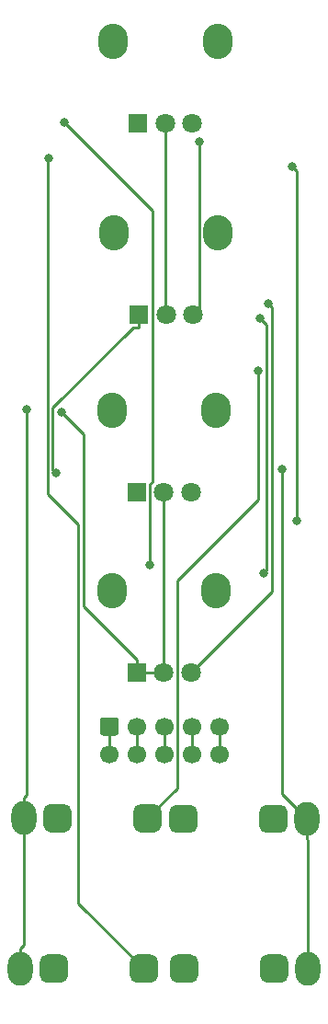
<source format=gbr>
G04 #@! TF.GenerationSoftware,KiCad,Pcbnew,(5.1.10-1-10_14)*
G04 #@! TF.CreationDate,2021-10-11T21:18:44+02:00*
G04 #@! TF.ProjectId,main,6d61696e-2e6b-4696-9361-645f70636258,rev?*
G04 #@! TF.SameCoordinates,Original*
G04 #@! TF.FileFunction,Copper,L1,Top*
G04 #@! TF.FilePolarity,Positive*
%FSLAX46Y46*%
G04 Gerber Fmt 4.6, Leading zero omitted, Abs format (unit mm)*
G04 Created by KiCad (PCBNEW (5.1.10-1-10_14)) date 2021-10-11 21:18:44*
%MOMM*%
%LPD*%
G01*
G04 APERTURE LIST*
G04 #@! TA.AperFunction,ComponentPad*
%ADD10O,2.720000X3.240000*%
G04 #@! TD*
G04 #@! TA.AperFunction,ComponentPad*
%ADD11C,1.800000*%
G04 #@! TD*
G04 #@! TA.AperFunction,ComponentPad*
%ADD12R,1.800000X1.800000*%
G04 #@! TD*
G04 #@! TA.AperFunction,ComponentPad*
%ADD13O,2.300000X3.100000*%
G04 #@! TD*
G04 #@! TA.AperFunction,ComponentPad*
%ADD14C,1.700000*%
G04 #@! TD*
G04 #@! TA.AperFunction,ViaPad*
%ADD15C,0.800000*%
G04 #@! TD*
G04 #@! TA.AperFunction,Conductor*
%ADD16C,0.250000*%
G04 #@! TD*
G04 APERTURE END LIST*
D10*
X125018000Y-87369000D03*
X134618000Y-87369000D03*
D11*
X132318000Y-94869000D03*
X129818000Y-94869000D03*
D12*
X127318000Y-94869000D03*
D10*
X125018000Y-104006000D03*
X134618000Y-104006000D03*
D11*
X132318000Y-111506000D03*
X129818000Y-111506000D03*
D12*
X127318000Y-111506000D03*
D10*
X125144000Y-53460000D03*
X134744000Y-53460000D03*
D11*
X132444000Y-60960000D03*
X129944000Y-60960000D03*
D12*
X127444000Y-60960000D03*
D10*
X125208000Y-71049500D03*
X134808000Y-71049500D03*
D11*
X132508000Y-78549500D03*
X130008000Y-78549500D03*
D12*
X127508000Y-78549500D03*
G04 #@! TA.AperFunction,ComponentPad*
G36*
G01*
X132318000Y-140048000D02*
X131018000Y-140048000D01*
G75*
G02*
X130368000Y-139398000I0J650000D01*
G01*
X130368000Y-138098000D01*
G75*
G02*
X131018000Y-137448000I650000J0D01*
G01*
X132318000Y-137448000D01*
G75*
G02*
X132968000Y-138098000I0J-650000D01*
G01*
X132968000Y-139398000D01*
G75*
G02*
X132318000Y-140048000I-650000J0D01*
G01*
G37*
G04 #@! TD.AperFunction*
D13*
X143068000Y-138748000D03*
G04 #@! TA.AperFunction,ComponentPad*
G36*
G01*
X140618000Y-140048000D02*
X139318000Y-140048000D01*
G75*
G02*
X138668000Y-139398000I0J650000D01*
G01*
X138668000Y-138098000D01*
G75*
G02*
X139318000Y-137448000I650000J0D01*
G01*
X140618000Y-137448000D01*
G75*
G02*
X141268000Y-138098000I0J-650000D01*
G01*
X141268000Y-139398000D01*
G75*
G02*
X140618000Y-140048000I-650000J0D01*
G01*
G37*
G04 #@! TD.AperFunction*
G04 #@! TA.AperFunction,ComponentPad*
G36*
G01*
X127333000Y-137448000D02*
X128633000Y-137448000D01*
G75*
G02*
X129283000Y-138098000I0J-650000D01*
G01*
X129283000Y-139398000D01*
G75*
G02*
X128633000Y-140048000I-650000J0D01*
G01*
X127333000Y-140048000D01*
G75*
G02*
X126683000Y-139398000I0J650000D01*
G01*
X126683000Y-138098000D01*
G75*
G02*
X127333000Y-137448000I650000J0D01*
G01*
G37*
G04 #@! TD.AperFunction*
X116583000Y-138748000D03*
G04 #@! TA.AperFunction,ComponentPad*
G36*
G01*
X119033000Y-137448000D02*
X120333000Y-137448000D01*
G75*
G02*
X120983000Y-138098000I0J-650000D01*
G01*
X120983000Y-139398000D01*
G75*
G02*
X120333000Y-140048000I-650000J0D01*
G01*
X119033000Y-140048000D01*
G75*
G02*
X118383000Y-139398000I0J650000D01*
G01*
X118383000Y-138098000D01*
G75*
G02*
X119033000Y-137448000I650000J0D01*
G01*
G37*
G04 #@! TD.AperFunction*
D14*
X134938000Y-118999000D03*
X132398000Y-118999000D03*
X129858000Y-118999000D03*
X127318000Y-118999000D03*
X124778000Y-118999000D03*
X134938000Y-116459000D03*
X132398000Y-116459000D03*
X129858000Y-116459000D03*
X127318000Y-116459000D03*
G04 #@! TA.AperFunction,ComponentPad*
G36*
G01*
X124178000Y-115609000D02*
X125378000Y-115609000D01*
G75*
G02*
X125628000Y-115859000I0J-250000D01*
G01*
X125628000Y-117059000D01*
G75*
G02*
X125378000Y-117309000I-250000J0D01*
G01*
X124178000Y-117309000D01*
G75*
G02*
X123928000Y-117059000I0J250000D01*
G01*
X123928000Y-115859000D01*
G75*
G02*
X124178000Y-115609000I250000J0D01*
G01*
G37*
G04 #@! TD.AperFunction*
G04 #@! TA.AperFunction,ComponentPad*
G36*
G01*
X132255000Y-126268000D02*
X130955000Y-126268000D01*
G75*
G02*
X130305000Y-125618000I0J650000D01*
G01*
X130305000Y-124318000D01*
G75*
G02*
X130955000Y-123668000I650000J0D01*
G01*
X132255000Y-123668000D01*
G75*
G02*
X132905000Y-124318000I0J-650000D01*
G01*
X132905000Y-125618000D01*
G75*
G02*
X132255000Y-126268000I-650000J0D01*
G01*
G37*
G04 #@! TD.AperFunction*
D13*
X143005000Y-124968000D03*
G04 #@! TA.AperFunction,ComponentPad*
G36*
G01*
X140555000Y-126268000D02*
X139255000Y-126268000D01*
G75*
G02*
X138605000Y-125618000I0J650000D01*
G01*
X138605000Y-124318000D01*
G75*
G02*
X139255000Y-123668000I650000J0D01*
G01*
X140555000Y-123668000D01*
G75*
G02*
X141205000Y-124318000I0J-650000D01*
G01*
X141205000Y-125618000D01*
G75*
G02*
X140555000Y-126268000I-650000J0D01*
G01*
G37*
G04 #@! TD.AperFunction*
G04 #@! TA.AperFunction,ComponentPad*
G36*
G01*
X127650000Y-123604000D02*
X128950000Y-123604000D01*
G75*
G02*
X129600000Y-124254000I0J-650000D01*
G01*
X129600000Y-125554000D01*
G75*
G02*
X128950000Y-126204000I-650000J0D01*
G01*
X127650000Y-126204000D01*
G75*
G02*
X127000000Y-125554000I0J650000D01*
G01*
X127000000Y-124254000D01*
G75*
G02*
X127650000Y-123604000I650000J0D01*
G01*
G37*
G04 #@! TD.AperFunction*
X116900000Y-124904000D03*
G04 #@! TA.AperFunction,ComponentPad*
G36*
G01*
X119350000Y-123604000D02*
X120650000Y-123604000D01*
G75*
G02*
X121300000Y-124254000I0J-650000D01*
G01*
X121300000Y-125554000D01*
G75*
G02*
X120650000Y-126204000I-650000J0D01*
G01*
X119350000Y-126204000D01*
G75*
G02*
X118700000Y-125554000I0J650000D01*
G01*
X118700000Y-124254000D01*
G75*
G02*
X119350000Y-123604000I650000J0D01*
G01*
G37*
G04 #@! TD.AperFunction*
D15*
X117204700Y-87248400D03*
X140683100Y-92753300D03*
X133076000Y-62686800D03*
X139451000Y-77559000D03*
X139011800Y-102348500D03*
X138698900Y-78902900D03*
X128543400Y-101582700D03*
X120620900Y-60865800D03*
X138534200Y-83704000D03*
X141600500Y-64897600D03*
X142048900Y-97556200D03*
X119166600Y-64188300D03*
X119868300Y-93145000D03*
X120353400Y-87500800D03*
D16*
X143005000Y-124968000D02*
X140683100Y-122646100D01*
X140683100Y-122646100D02*
X140683100Y-92753300D01*
X116900000Y-124904000D02*
X116900000Y-123028700D01*
X116900000Y-123028700D02*
X117204700Y-122724000D01*
X117204700Y-122724000D02*
X117204700Y-87248400D01*
X116583000Y-136872700D02*
X116900000Y-136555700D01*
X116900000Y-136555700D02*
X116900000Y-124904000D01*
X143005000Y-125337600D02*
X143005000Y-124968000D01*
X143005000Y-125337600D02*
X143005000Y-126843300D01*
X116583000Y-138748000D02*
X116583000Y-136872700D01*
X143005000Y-126843300D02*
X143068000Y-126906300D01*
X143068000Y-126906300D02*
X143068000Y-138748000D01*
X132398000Y-116459000D02*
X132398000Y-118999000D01*
X129858000Y-116459000D02*
X129858000Y-118999000D01*
X127318000Y-116459000D02*
X127318000Y-118999000D01*
X133076000Y-62686800D02*
X133076000Y-77981500D01*
X133076000Y-77981500D02*
X132508000Y-78549500D01*
X132318000Y-111506000D02*
X139759900Y-104064100D01*
X139759900Y-104064100D02*
X139759900Y-77867900D01*
X139759900Y-77867900D02*
X139451000Y-77559000D01*
X138698900Y-78902900D02*
X139282300Y-79486300D01*
X139282300Y-79486300D02*
X139282300Y-102078000D01*
X139282300Y-102078000D02*
X139011800Y-102348500D01*
X128543400Y-101582700D02*
X128543400Y-94137100D01*
X128543400Y-94137100D02*
X128733400Y-93947100D01*
X128733400Y-93947100D02*
X128733400Y-68978300D01*
X128733400Y-68978300D02*
X120620900Y-60865800D01*
X128300000Y-124904000D02*
X131067900Y-122136100D01*
X131067900Y-122136100D02*
X131067900Y-103020900D01*
X131067900Y-103020900D02*
X138534200Y-95554600D01*
X138534200Y-95554600D02*
X138534200Y-83704000D01*
X142048900Y-97556200D02*
X142048900Y-65346000D01*
X142048900Y-65346000D02*
X141600500Y-64897600D01*
X134938000Y-116459000D02*
X134938000Y-118999000D01*
X124778000Y-116459000D02*
X124778000Y-118999000D01*
X119166600Y-64188300D02*
X119126000Y-64228900D01*
X119126000Y-64228900D02*
X119126000Y-95073200D01*
X119126000Y-95073200D02*
X121949200Y-97896400D01*
X121949200Y-97896400D02*
X121949200Y-132714200D01*
X121949200Y-132714200D02*
X127983000Y-138748000D01*
X127508000Y-79774800D02*
X126950100Y-79774800D01*
X126950100Y-79774800D02*
X119576300Y-87148600D01*
X119576300Y-87148600D02*
X119576300Y-92853000D01*
X119576300Y-92853000D02*
X119868300Y-93145000D01*
X127508000Y-78549500D02*
X127508000Y-79774800D01*
X130008000Y-78549500D02*
X129944000Y-78485500D01*
X129944000Y-78485500D02*
X129944000Y-60960000D01*
X127318000Y-110280700D02*
X122399600Y-105362300D01*
X122399600Y-105362300D02*
X122399600Y-89547000D01*
X122399600Y-89547000D02*
X120353400Y-87500800D01*
X127318000Y-111506000D02*
X127318000Y-110280700D01*
X129818000Y-111506000D02*
X129818000Y-94869000D01*
X127318000Y-111506000D02*
X129818000Y-111506000D01*
M02*

</source>
